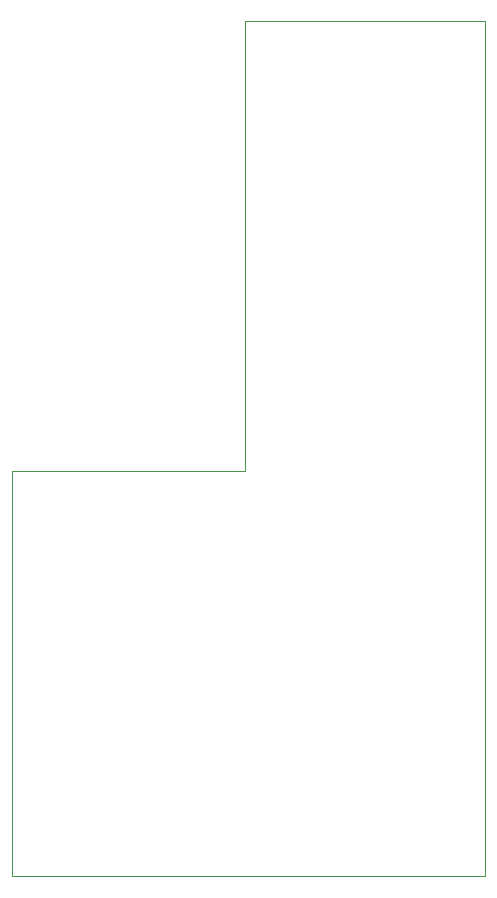
<source format=gbr>
G04 #@! TF.GenerationSoftware,KiCad,Pcbnew,(5.1.5-0-10_14)*
G04 #@! TF.CreationDate,2020-10-22T20:15:14+02:00*
G04 #@! TF.ProjectId,es_display,65735f64-6973-4706-9c61-792e6b696361,rev?*
G04 #@! TF.SameCoordinates,Original*
G04 #@! TF.FileFunction,Profile,NP*
%FSLAX46Y46*%
G04 Gerber Fmt 4.6, Leading zero omitted, Abs format (unit mm)*
G04 Created by KiCad (PCBNEW (5.1.5-0-10_14)) date 2020-10-22 20:15:14*
%MOMM*%
%LPD*%
G04 APERTURE LIST*
%ADD10C,0.050000*%
G04 APERTURE END LIST*
D10*
X112395000Y-140970000D02*
X112395000Y-106680000D01*
X152400000Y-140970000D02*
X112395000Y-140970000D01*
X132080000Y-106680000D02*
X132080000Y-68580000D01*
X132080000Y-106680000D02*
X112395000Y-106680000D01*
X152400000Y-68580000D02*
X152400000Y-140970000D01*
X132080000Y-68580000D02*
X152400000Y-68580000D01*
M02*

</source>
